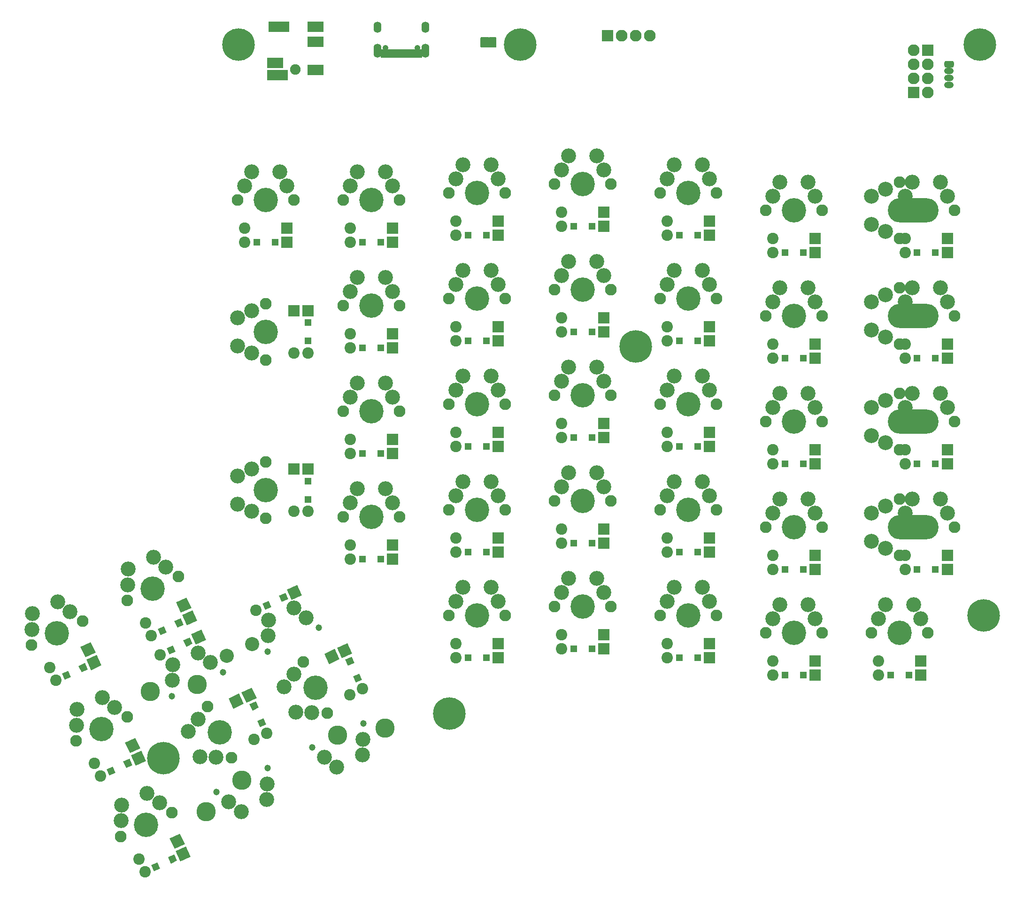
<source format=gbs>
%TF.GenerationSoftware,KiCad,Pcbnew,5.1.6-c6e7f7d~87~ubuntu20.04.1*%
%TF.CreationDate,2020-08-02T23:19:43+02:00*%
%TF.ProjectId,ErgoDOX,4572676f-444f-4582-9e6b-696361645f70,rev?*%
%TF.SameCoordinates,Original*%
%TF.FileFunction,Soldermask,Bot*%
%TF.FilePolarity,Negative*%
%FSLAX46Y46*%
G04 Gerber Fmt 4.6, Leading zero omitted, Abs format (unit mm)*
G04 Created by KiCad (PCBNEW 5.1.6-c6e7f7d~87~ubuntu20.04.1) date 2020-08-02 23:19:43*
%MOMM*%
%LPD*%
G01*
G04 APERTURE LIST*
%ADD10C,5.867400*%
%ADD11O,2.106400X2.106400*%
%ADD12R,2.106400X2.106400*%
%ADD13C,0.150000*%
%ADD14R,0.706400X1.556400*%
%ADD15C,1.056400*%
%ADD16O,1.406400X2.006400*%
%ADD17O,1.406400X2.506400*%
%ADD18R,3.806400X1.906400*%
%ADD19C,1.906400*%
%ADD20R,2.906400X1.906400*%
%ADD21O,1.706400X1.206400*%
%ADD22C,2.057400*%
%ADD23C,2.692400*%
%ADD24C,3.479800*%
%ADD25C,1.193800*%
%ADD26C,2.540000*%
%ADD27C,2.108200*%
%ADD28C,2.689860*%
%ADD29R,2.057400X2.057400*%
%ADD30R,1.244600X1.244600*%
%ADD31C,2.687320*%
%ADD32O,9.156700X4.394200*%
%ADD33C,4.394200*%
G04 APERTURE END LIST*
D10*
X53898800Y-165836600D03*
X105435400Y-157759400D03*
X201777600Y-140055600D03*
X139039600Y-91592400D03*
X201142600Y-37134800D03*
X118211600Y-37134800D03*
X67411600Y-37134800D03*
D11*
X141620000Y-35500000D03*
X139080000Y-35500000D03*
X136540000Y-35500000D03*
D12*
X134000000Y-35500000D03*
D13*
G36*
X112685358Y-37649296D02*
G01*
X112647239Y-37637732D01*
X112612108Y-37618955D01*
X112581316Y-37593684D01*
X112555927Y-37562715D01*
X112055927Y-36812715D01*
X112037186Y-36777565D01*
X112025663Y-36739434D01*
X112021800Y-36699787D01*
X112025746Y-36660149D01*
X112037349Y-36622042D01*
X112055927Y-36587285D01*
X112555927Y-35837285D01*
X112581166Y-35806466D01*
X112611931Y-35781164D01*
X112647042Y-35762349D01*
X112685149Y-35750746D01*
X112725000Y-35746800D01*
X113725000Y-35746800D01*
X113764642Y-35750704D01*
X113802761Y-35762268D01*
X113837892Y-35781045D01*
X113868684Y-35806316D01*
X113893955Y-35837108D01*
X113912732Y-35872239D01*
X113924296Y-35910358D01*
X113928200Y-35950000D01*
X113928200Y-37450000D01*
X113924296Y-37489642D01*
X113912732Y-37527761D01*
X113893955Y-37562892D01*
X113868684Y-37593684D01*
X113837892Y-37618955D01*
X113802761Y-37637732D01*
X113764642Y-37649296D01*
X113725000Y-37653200D01*
X112725000Y-37653200D01*
X112685358Y-37649296D01*
G37*
G36*
X111235358Y-37649296D02*
G01*
X111197239Y-37637732D01*
X111162108Y-37618955D01*
X111131316Y-37593684D01*
X111106045Y-37562892D01*
X111087268Y-37527761D01*
X111075704Y-37489642D01*
X111071800Y-37450000D01*
X111071800Y-35950000D01*
X111075704Y-35910358D01*
X111087268Y-35872239D01*
X111106045Y-35837108D01*
X111131316Y-35806316D01*
X111162108Y-35781045D01*
X111197239Y-35762268D01*
X111235358Y-35750704D01*
X111275000Y-35746800D01*
X112425000Y-35746800D01*
X112464642Y-35750704D01*
X112502761Y-35762268D01*
X112537892Y-35781045D01*
X112568684Y-35806316D01*
X112593955Y-35837108D01*
X112612732Y-35872239D01*
X112624296Y-35910358D01*
X112628200Y-35950000D01*
X112624296Y-35989642D01*
X112612732Y-36027761D01*
X112594073Y-36062715D01*
X112169216Y-36700000D01*
X112594073Y-37337285D01*
X112612814Y-37372435D01*
X112624337Y-37410566D01*
X112628200Y-37450213D01*
X112624254Y-37489851D01*
X112612651Y-37527958D01*
X112593836Y-37563069D01*
X112568534Y-37593834D01*
X112537715Y-37619073D01*
X112502565Y-37637814D01*
X112464434Y-37649337D01*
X112425000Y-37653200D01*
X111275000Y-37653200D01*
X111235358Y-37649296D01*
G37*
D14*
X100170000Y-38745000D03*
X99370000Y-38745000D03*
X94570000Y-38745000D03*
X93770000Y-38745000D03*
X93470000Y-38745000D03*
X94270000Y-38745000D03*
X95070000Y-38745000D03*
X95570000Y-38745000D03*
X96070000Y-38745000D03*
X96570000Y-38745000D03*
X97070000Y-38745000D03*
X97570000Y-38745000D03*
X98070000Y-38745000D03*
X98570000Y-38745000D03*
X99070000Y-38745000D03*
X99870000Y-38745000D03*
D15*
X93930000Y-37680000D03*
X99710000Y-37680000D03*
D16*
X101140000Y-34000000D03*
X92500000Y-34000000D03*
D17*
X101140000Y-38180000D03*
X92500000Y-38180000D03*
D15*
X99710000Y-37680000D03*
X93930000Y-37680000D03*
D16*
X92500000Y-34000000D03*
X101140000Y-34000000D03*
D17*
X92500000Y-38180000D03*
X101140000Y-38180000D03*
D18*
X74700000Y-33900000D03*
D19*
X77700000Y-41600000D03*
D20*
X74050000Y-40400000D03*
D18*
X74500000Y-42600000D03*
D20*
X81350000Y-33900000D03*
X81350000Y-36600000D03*
X81350000Y-41700000D03*
D21*
X195580000Y-44390000D03*
X195580000Y-43140000D03*
X195580000Y-41890000D03*
G36*
G01*
X195028400Y-40036800D02*
X196131600Y-40036800D01*
G75*
G02*
X196433200Y-40338400I0J-301600D01*
G01*
X196433200Y-40941600D01*
G75*
G02*
X196131600Y-41243200I-301600J0D01*
G01*
X195028400Y-41243200D01*
G75*
G02*
X194726800Y-40941600I0J301600D01*
G01*
X194726800Y-40338400D01*
G75*
G02*
X195028400Y-40036800I301600J0D01*
G01*
G37*
D11*
X189230000Y-38100000D03*
X189230000Y-40640000D03*
X189230000Y-43180000D03*
D12*
X189230000Y-45720000D03*
D11*
X191770000Y-45720000D03*
X191770000Y-43180000D03*
X191770000Y-40640000D03*
D12*
X191770000Y-38100000D03*
D19*
X77700000Y-41600000D03*
D22*
X53341367Y-147187736D03*
D13*
G36*
X54985576Y-147107661D02*
G01*
X54459585Y-145979670D01*
X55587576Y-145453679D01*
X56113567Y-146581670D01*
X54985576Y-147107661D01*
G37*
G36*
X59749862Y-145334450D02*
G01*
X58880367Y-143469813D01*
X60745004Y-142600318D01*
X61614499Y-144464955D01*
X59749862Y-145334450D01*
G37*
G36*
X58001224Y-145701441D02*
G01*
X57475233Y-144573450D01*
X58603224Y-144047459D01*
X59129215Y-145175450D01*
X58001224Y-145701441D01*
G37*
D22*
X70605747Y-139135936D03*
D13*
G36*
X72249956Y-139055861D02*
G01*
X71723965Y-137927870D01*
X72851956Y-137401879D01*
X73377947Y-138529870D01*
X72249956Y-139055861D01*
G37*
G36*
X77014242Y-137282650D02*
G01*
X76144747Y-135418013D01*
X78009384Y-134548518D01*
X78878879Y-136413155D01*
X77014242Y-137282650D01*
G37*
G36*
X75265604Y-137649641D02*
G01*
X74739613Y-136521650D01*
X75867604Y-135995659D01*
X76393595Y-137123650D01*
X75265604Y-137649641D01*
G37*
D23*
X85176179Y-167376434D03*
X89857783Y-162390786D03*
D24*
X85331300Y-161698940D03*
D25*
X89935344Y-159552039D03*
X80727256Y-163845841D03*
D23*
X82951718Y-165611137D03*
X89780223Y-165229533D03*
X67909259Y-175425694D03*
X72590863Y-170440046D03*
D24*
X68064380Y-169748200D03*
D25*
X72668424Y-167601299D03*
X63460336Y-171895101D03*
D23*
X65684798Y-173660397D03*
X72513303Y-173278793D03*
X60170241Y-146806326D03*
X55488637Y-151791974D03*
D24*
X60015120Y-152483820D03*
D25*
X55411076Y-154630721D03*
X64619164Y-150336919D03*
D23*
X62394702Y-148571623D03*
X55566197Y-148953227D03*
X77434621Y-138754526D03*
X72753017Y-143740174D03*
D25*
X72675456Y-146578921D03*
X81883544Y-142285119D03*
D23*
X79659082Y-140519823D03*
X72830577Y-140901427D03*
D26*
X69927083Y-145197966D03*
D24*
X93829648Y-160396270D03*
D26*
X65323823Y-147345789D03*
D24*
X61602126Y-175425496D03*
X51511692Y-153786490D03*
D23*
X193992500Y-80972660D03*
X187642500Y-83512660D03*
D27*
X196532500Y-86052660D03*
D28*
X195262500Y-83512660D03*
D23*
X188912500Y-80972660D03*
D22*
X187642500Y-91132660D03*
D29*
X195262500Y-91132660D03*
D22*
X187642500Y-93672660D03*
D29*
X195262500Y-93672660D03*
D30*
X189788800Y-93672660D03*
X193116200Y-93672660D03*
D31*
X181610000Y-83512660D03*
X184150000Y-82242660D03*
X184150000Y-89862660D03*
X181610000Y-88592660D03*
D32*
X189069980Y-86052660D03*
D27*
X186690000Y-91132660D03*
X186690000Y-80972660D03*
D23*
X193992500Y-119072660D03*
X187642500Y-121612660D03*
D27*
X196532500Y-124152660D03*
D28*
X195262500Y-121612660D03*
D23*
X188912500Y-119072660D03*
D22*
X187642500Y-129232660D03*
D29*
X195262500Y-129232660D03*
D22*
X187642500Y-131772660D03*
D29*
X195262500Y-131772660D03*
D30*
X189788800Y-131772660D03*
X193116200Y-131772660D03*
D31*
X181610000Y-121612660D03*
X184150000Y-120342660D03*
X184150000Y-127962660D03*
X181610000Y-126692660D03*
D32*
X189069980Y-124152660D03*
D27*
X186690000Y-129232660D03*
X186690000Y-119072660D03*
D23*
X193992500Y-61925200D03*
X187642500Y-64465200D03*
D27*
X196532500Y-67005200D03*
D28*
X195262500Y-64465200D03*
D23*
X188912500Y-61925200D03*
D22*
X187642500Y-72085200D03*
D29*
X195262500Y-72085200D03*
D22*
X187642500Y-74625200D03*
D29*
X195262500Y-74625200D03*
D30*
X189788800Y-74625200D03*
X193116200Y-74625200D03*
D31*
X181610000Y-64465200D03*
X184150000Y-63195200D03*
X184150000Y-70815200D03*
X181610000Y-69545200D03*
D32*
X189069980Y-67005200D03*
D27*
X186690000Y-72085200D03*
X186690000Y-61925200D03*
D23*
X193992500Y-100022660D03*
X187642500Y-102562660D03*
D27*
X196532500Y-105102660D03*
D28*
X195262500Y-102562660D03*
D23*
X188912500Y-100022660D03*
D22*
X187642500Y-110182660D03*
D29*
X195262500Y-110182660D03*
D22*
X187642500Y-112722660D03*
D29*
X195262500Y-112722660D03*
D30*
X189788800Y-112722660D03*
X193116200Y-112722660D03*
D31*
X181610000Y-102562660D03*
X184150000Y-101292660D03*
X184150000Y-108912660D03*
X181610000Y-107642660D03*
D32*
X189069980Y-105102660D03*
D27*
X186690000Y-110182660D03*
X186690000Y-100022660D03*
D23*
X93980000Y-60020200D03*
X87630000Y-62560200D03*
D33*
X91440000Y-65100200D03*
D27*
X86360000Y-65100200D03*
X96520000Y-65100200D03*
D23*
X95250000Y-62560200D03*
X88900000Y-60020200D03*
D22*
X87630000Y-70180200D03*
D29*
X95250000Y-70180200D03*
D22*
X87630000Y-72720200D03*
D29*
X95250000Y-72720200D03*
D30*
X89776300Y-72720200D03*
X93103700Y-72720200D03*
D23*
X151130000Y-77797660D03*
X144780000Y-80337660D03*
D33*
X148590000Y-82877660D03*
D27*
X143510000Y-82877660D03*
X153670000Y-82877660D03*
D23*
X152400000Y-80337660D03*
X146050000Y-77797660D03*
D22*
X144780000Y-87957660D03*
D29*
X152400000Y-87957660D03*
D22*
X144780000Y-90497660D03*
D29*
X152400000Y-90497660D03*
D30*
X146926300Y-90497660D03*
X150253700Y-90497660D03*
D23*
X58360986Y-160962159D03*
X63346634Y-165643763D03*
D33*
X64038480Y-161117280D03*
D27*
X66185381Y-165721324D03*
X61891579Y-156513236D03*
D23*
X60126283Y-158737698D03*
X60507887Y-165566203D03*
D22*
X70252699Y-162423412D03*
D13*
G36*
X68399414Y-156014918D02*
G01*
X66534777Y-156884413D01*
X65665282Y-155019776D01*
X67529919Y-154150281D01*
X68399414Y-156014918D01*
G37*
D22*
X72554721Y-161349962D03*
D13*
G36*
X70701436Y-154941467D02*
G01*
X68836799Y-155810962D01*
X67967304Y-153946325D01*
X69831941Y-153076830D01*
X70701436Y-154941467D01*
G37*
G36*
X72474646Y-159705753D02*
G01*
X71346655Y-160231744D01*
X70820664Y-159103753D01*
X71948655Y-158577762D01*
X72474646Y-159705753D01*
G37*
G36*
X71068426Y-156690105D02*
G01*
X69940435Y-157216096D01*
X69414444Y-156088105D01*
X70542435Y-155562114D01*
X71068426Y-156690105D01*
G37*
D23*
X75625366Y-152910359D03*
X80611014Y-157591963D03*
D33*
X81302860Y-153065480D03*
D27*
X83449761Y-157669524D03*
X79155959Y-148461436D03*
D23*
X77390663Y-150685898D03*
X77772267Y-157514403D03*
D22*
X87517079Y-154371612D03*
D13*
G36*
X85663794Y-147963118D02*
G01*
X83799157Y-148832613D01*
X82929662Y-146967976D01*
X84794299Y-146098481D01*
X85663794Y-147963118D01*
G37*
D22*
X89819101Y-153298162D03*
D13*
G36*
X87965816Y-146889667D02*
G01*
X86101179Y-147759162D01*
X85231684Y-145894525D01*
X87096321Y-145025030D01*
X87965816Y-146889667D01*
G37*
G36*
X89739026Y-151653953D02*
G01*
X88611035Y-152179944D01*
X88085044Y-151051953D01*
X89213035Y-150525962D01*
X89739026Y-151653953D01*
G37*
G36*
X88332806Y-148638305D02*
G01*
X87204815Y-149164296D01*
X86678824Y-148036305D01*
X87806815Y-147510314D01*
X88332806Y-148638305D01*
G37*
D23*
X113030000Y-134947660D03*
X106680000Y-137487660D03*
D33*
X110490000Y-140027660D03*
D27*
X105410000Y-140027660D03*
X115570000Y-140027660D03*
D23*
X114300000Y-137487660D03*
X107950000Y-134947660D03*
D22*
X106680000Y-145107660D03*
D29*
X114300000Y-145107660D03*
D22*
X106680000Y-147647660D03*
D29*
X114300000Y-147647660D03*
D30*
X108826300Y-147647660D03*
X112153700Y-147647660D03*
D23*
X132080000Y-133350000D03*
X125730000Y-135890000D03*
D33*
X129540000Y-138430000D03*
D27*
X124460000Y-138430000D03*
X134620000Y-138430000D03*
D23*
X133350000Y-135890000D03*
X127000000Y-133350000D03*
D22*
X125730000Y-143510000D03*
D29*
X133350000Y-143510000D03*
D22*
X125730000Y-146050000D03*
D29*
X133350000Y-146050000D03*
D30*
X127876300Y-146050000D03*
X131203700Y-146050000D03*
D23*
X170180000Y-138122660D03*
X163830000Y-140662660D03*
D33*
X167640000Y-143202660D03*
D27*
X162560000Y-143202660D03*
X172720000Y-143202660D03*
D23*
X171450000Y-140662660D03*
X165100000Y-138122660D03*
D22*
X163830000Y-148282660D03*
D29*
X171450000Y-148282660D03*
D22*
X163830000Y-150822660D03*
D29*
X171450000Y-150822660D03*
D30*
X165976300Y-150822660D03*
X169303700Y-150822660D03*
D23*
X93980000Y-117167660D03*
X87630000Y-119707660D03*
D33*
X91440000Y-122247660D03*
D27*
X86360000Y-122247660D03*
X96520000Y-122247660D03*
D23*
X95250000Y-119707660D03*
X88900000Y-117167660D03*
D22*
X87630000Y-127327660D03*
D29*
X95250000Y-127327660D03*
D22*
X87630000Y-129867660D03*
D29*
X95250000Y-129867660D03*
D30*
X89776300Y-129867660D03*
X93103700Y-129867660D03*
D23*
X113030000Y-115897660D03*
X106680000Y-118437660D03*
D33*
X110490000Y-120977660D03*
D27*
X105410000Y-120977660D03*
X115570000Y-120977660D03*
D23*
X114300000Y-118437660D03*
X107950000Y-115897660D03*
D22*
X106680000Y-126057660D03*
D29*
X114300000Y-126057660D03*
D22*
X106680000Y-128597660D03*
D29*
X114300000Y-128597660D03*
D30*
X108826300Y-128597660D03*
X112153700Y-128597660D03*
D23*
X132080000Y-114300000D03*
X125730000Y-116840000D03*
D33*
X129540000Y-119380000D03*
D27*
X124460000Y-119380000D03*
X134620000Y-119380000D03*
D23*
X133350000Y-116840000D03*
X127000000Y-114300000D03*
D22*
X125730000Y-124460000D03*
D29*
X133350000Y-124460000D03*
D22*
X125730000Y-127000000D03*
D29*
X133350000Y-127000000D03*
D30*
X127876300Y-127000000D03*
X131203700Y-127000000D03*
D23*
X151130000Y-115897660D03*
X144780000Y-118437660D03*
D33*
X148590000Y-120977660D03*
D27*
X143510000Y-120977660D03*
X153670000Y-120977660D03*
D23*
X152400000Y-118437660D03*
X146050000Y-115897660D03*
D22*
X144780000Y-126057660D03*
D29*
X152400000Y-126057660D03*
D22*
X144780000Y-128597660D03*
D29*
X152400000Y-128597660D03*
D30*
X146926300Y-128597660D03*
X150253700Y-128597660D03*
D23*
X170180000Y-119072660D03*
X163830000Y-121612660D03*
D33*
X167640000Y-124152660D03*
D27*
X162560000Y-124152660D03*
X172720000Y-124152660D03*
D23*
X171450000Y-121612660D03*
X165100000Y-119072660D03*
D22*
X163830000Y-129232660D03*
D29*
X171450000Y-129232660D03*
D22*
X163830000Y-131772660D03*
D29*
X171450000Y-131772660D03*
D30*
X165976300Y-131772660D03*
X169303700Y-131772660D03*
D23*
X93980000Y-98117660D03*
X87630000Y-100657660D03*
D33*
X91440000Y-103197660D03*
D27*
X86360000Y-103197660D03*
X96520000Y-103197660D03*
D23*
X95250000Y-100657660D03*
X88900000Y-98117660D03*
D22*
X87630000Y-108277660D03*
D29*
X95250000Y-108277660D03*
D22*
X87630000Y-110817660D03*
D29*
X95250000Y-110817660D03*
D30*
X89776300Y-110817660D03*
X93103700Y-110817660D03*
D23*
X113030000Y-96847660D03*
X106680000Y-99387660D03*
D33*
X110490000Y-101927660D03*
D27*
X105410000Y-101927660D03*
X115570000Y-101927660D03*
D23*
X114300000Y-99387660D03*
X107950000Y-96847660D03*
D22*
X106680000Y-107007660D03*
D29*
X114300000Y-107007660D03*
D22*
X106680000Y-109547660D03*
D29*
X114300000Y-109547660D03*
D30*
X108826300Y-109547660D03*
X112153700Y-109547660D03*
D23*
X132080000Y-95250000D03*
X125730000Y-97790000D03*
D33*
X129540000Y-100330000D03*
D27*
X124460000Y-100330000D03*
X134620000Y-100330000D03*
D23*
X133350000Y-97790000D03*
X127000000Y-95250000D03*
D22*
X125730000Y-105410000D03*
D29*
X133350000Y-105410000D03*
D22*
X125730000Y-107950000D03*
D29*
X133350000Y-107950000D03*
D30*
X127876300Y-107950000D03*
X131203700Y-107950000D03*
D23*
X151130000Y-96847660D03*
X144780000Y-99387660D03*
D33*
X148590000Y-101927660D03*
D27*
X143510000Y-101927660D03*
X153670000Y-101927660D03*
D23*
X152400000Y-99387660D03*
X146050000Y-96847660D03*
D22*
X144780000Y-107007660D03*
D29*
X152400000Y-107007660D03*
D22*
X144780000Y-109547660D03*
D29*
X152400000Y-109547660D03*
D30*
X146926300Y-109547660D03*
X150253700Y-109547660D03*
D23*
X113030000Y-77797660D03*
X106680000Y-80337660D03*
D33*
X110490000Y-82877660D03*
D27*
X105410000Y-82877660D03*
X115570000Y-82877660D03*
D23*
X114300000Y-80337660D03*
X107950000Y-77797660D03*
D22*
X106680000Y-87957660D03*
D29*
X114300000Y-87957660D03*
D22*
X106680000Y-90497660D03*
D29*
X114300000Y-90497660D03*
D30*
X108826300Y-90497660D03*
X112153700Y-90497660D03*
D23*
X132080000Y-76200000D03*
X125730000Y-78740000D03*
D33*
X129540000Y-81280000D03*
D27*
X124460000Y-81280000D03*
X134620000Y-81280000D03*
D23*
X133350000Y-78740000D03*
X127000000Y-76200000D03*
D22*
X125730000Y-86360000D03*
D29*
X133350000Y-86360000D03*
D22*
X125730000Y-88900000D03*
D29*
X133350000Y-88900000D03*
D30*
X127876300Y-88900000D03*
X131203700Y-88900000D03*
D23*
X170180000Y-80972660D03*
X163830000Y-83512660D03*
D33*
X167640000Y-86052660D03*
D27*
X162560000Y-86052660D03*
X172720000Y-86052660D03*
D23*
X171450000Y-83512660D03*
X165100000Y-80972660D03*
D22*
X163830000Y-91132660D03*
D29*
X171450000Y-91132660D03*
D22*
X163830000Y-93672660D03*
D29*
X171450000Y-93672660D03*
D30*
X165976300Y-93672660D03*
X169303700Y-93672660D03*
D23*
X151130000Y-134947660D03*
X144780000Y-137487660D03*
D33*
X148590000Y-140027660D03*
D27*
X143510000Y-140027660D03*
X153670000Y-140027660D03*
D23*
X152400000Y-137487660D03*
X146050000Y-134947660D03*
D22*
X144780000Y-145107660D03*
D29*
X152400000Y-145107660D03*
D22*
X144780000Y-147647660D03*
D29*
X152400000Y-147647660D03*
D30*
X146926300Y-147647660D03*
X150253700Y-147647660D03*
D23*
X113030000Y-58747660D03*
X106680000Y-61287660D03*
D33*
X110490000Y-63827660D03*
D27*
X105410000Y-63827660D03*
X115570000Y-63827660D03*
D23*
X114300000Y-61287660D03*
X107950000Y-58747660D03*
D22*
X106680000Y-68907660D03*
D29*
X114300000Y-68907660D03*
D22*
X106680000Y-71447660D03*
D29*
X114300000Y-71447660D03*
D30*
X108826300Y-71447660D03*
X112153700Y-71447660D03*
D23*
X132080000Y-57150000D03*
X125730000Y-59690000D03*
D33*
X129540000Y-62230000D03*
D27*
X124460000Y-62230000D03*
X134620000Y-62230000D03*
D23*
X133350000Y-59690000D03*
X127000000Y-57150000D03*
D22*
X125730000Y-67310000D03*
D29*
X133350000Y-67310000D03*
D22*
X125730000Y-69850000D03*
D29*
X133350000Y-69850000D03*
D30*
X127876300Y-69850000D03*
X131203700Y-69850000D03*
D23*
X151130000Y-58747660D03*
X144780000Y-61287660D03*
D33*
X148590000Y-63827660D03*
D27*
X143510000Y-63827660D03*
X153670000Y-63827660D03*
D23*
X152400000Y-61287660D03*
X146050000Y-58747660D03*
D22*
X144780000Y-68907660D03*
D29*
X152400000Y-68907660D03*
D22*
X144780000Y-71447660D03*
D29*
X152400000Y-71447660D03*
D30*
X146926300Y-71447660D03*
X150253700Y-71447660D03*
D23*
X170180000Y-61925200D03*
X163830000Y-64465200D03*
D33*
X167640000Y-67005200D03*
D27*
X162560000Y-67005200D03*
X172720000Y-67005200D03*
D23*
X171450000Y-64465200D03*
X165100000Y-61925200D03*
D22*
X163830000Y-72085200D03*
D29*
X171450000Y-72085200D03*
D22*
X163830000Y-74625200D03*
D29*
X171450000Y-74625200D03*
D30*
X165976300Y-74625200D03*
X169303700Y-74625200D03*
D23*
X52118441Y-129541946D03*
X47436837Y-134527594D03*
D33*
X51963320Y-135219440D03*
D27*
X47359276Y-137366341D03*
X56567364Y-133072539D03*
D23*
X54342902Y-131307243D03*
X47514397Y-131688847D03*
D22*
X50657188Y-141433659D03*
D13*
G36*
X57065682Y-139580374D02*
G01*
X56196187Y-137715737D01*
X58060824Y-136846242D01*
X58930319Y-138710879D01*
X57065682Y-139580374D01*
G37*
D22*
X51730638Y-143735681D03*
D13*
G36*
X58139133Y-141882396D02*
G01*
X57269638Y-140017759D01*
X59134275Y-139148264D01*
X60003770Y-141012901D01*
X58139133Y-141882396D01*
G37*
G36*
X53374847Y-143655606D02*
G01*
X52848856Y-142527615D01*
X53976847Y-142001624D01*
X54502838Y-143129615D01*
X53374847Y-143655606D01*
G37*
G36*
X56390495Y-142249386D02*
G01*
X55864504Y-141121395D01*
X56992495Y-140595404D01*
X57518486Y-141723395D01*
X56390495Y-142249386D01*
G37*
D23*
X34854061Y-137591206D03*
X30172457Y-142576854D03*
D33*
X34698940Y-143268700D03*
D27*
X30094896Y-145415601D03*
X39302984Y-141121799D03*
D23*
X37078522Y-139356503D03*
X30250017Y-139738107D03*
D22*
X33392808Y-149482919D03*
D13*
G36*
X39801302Y-147629634D02*
G01*
X38931807Y-145764997D01*
X40796444Y-144895502D01*
X41665939Y-146760139D01*
X39801302Y-147629634D01*
G37*
D22*
X34466258Y-151784941D03*
D13*
G36*
X40874753Y-149931656D02*
G01*
X40005258Y-148067019D01*
X41869895Y-147197524D01*
X42739390Y-149062161D01*
X40874753Y-149931656D01*
G37*
G36*
X36110467Y-151704866D02*
G01*
X35584476Y-150576875D01*
X36712467Y-150050884D01*
X37238458Y-151178875D01*
X36110467Y-151704866D01*
G37*
G36*
X39126115Y-150298646D02*
G01*
X38600124Y-149170655D01*
X39728115Y-148644664D01*
X40254106Y-149772655D01*
X39126115Y-150298646D01*
G37*
D23*
X50955121Y-172122506D03*
X46273517Y-177108154D03*
D33*
X50800000Y-177800000D03*
D27*
X46195956Y-179946901D03*
X55404044Y-175653099D03*
D23*
X53179582Y-173887803D03*
X46351077Y-174269407D03*
D22*
X49493868Y-184014219D03*
D13*
G36*
X55902362Y-182160934D02*
G01*
X55032867Y-180296297D01*
X56897504Y-179426802D01*
X57766999Y-181291439D01*
X55902362Y-182160934D01*
G37*
D22*
X50567318Y-186316241D03*
D13*
G36*
X56975813Y-184462956D02*
G01*
X56106318Y-182598319D01*
X57970955Y-181728824D01*
X58840450Y-183593461D01*
X56975813Y-184462956D01*
G37*
G36*
X52211527Y-186236166D02*
G01*
X51685536Y-185108175D01*
X52813527Y-184582184D01*
X53339518Y-185710175D01*
X52211527Y-186236166D01*
G37*
G36*
X55227175Y-184829946D02*
G01*
X54701184Y-183701955D01*
X55829175Y-183175964D01*
X56355166Y-184303955D01*
X55227175Y-184829946D01*
G37*
D23*
X42903321Y-154855586D03*
X38221717Y-159841234D03*
D33*
X42748200Y-160533080D03*
D27*
X38144156Y-162679981D03*
X47352244Y-158386179D03*
D23*
X45127782Y-156620883D03*
X38299277Y-157002487D03*
D22*
X41442068Y-166747299D03*
D13*
G36*
X47850562Y-164894014D02*
G01*
X46981067Y-163029377D01*
X48845704Y-162159882D01*
X49715199Y-164024519D01*
X47850562Y-164894014D01*
G37*
D22*
X42515518Y-169049321D03*
D13*
G36*
X48924013Y-167196036D02*
G01*
X48054518Y-165331399D01*
X49919155Y-164461904D01*
X50788650Y-166326541D01*
X48924013Y-167196036D01*
G37*
G36*
X44159727Y-168969246D02*
G01*
X43633736Y-167841255D01*
X44761727Y-167315264D01*
X45287718Y-168443255D01*
X44159727Y-168969246D01*
G37*
G36*
X47175375Y-167563026D02*
G01*
X46649384Y-166435035D01*
X47777375Y-165909044D01*
X48303366Y-167037035D01*
X47175375Y-167563026D01*
G37*
D23*
X93980000Y-79067660D03*
X87630000Y-81607660D03*
D33*
X91440000Y-84147660D03*
D27*
X86360000Y-84147660D03*
X96520000Y-84147660D03*
D23*
X95250000Y-81607660D03*
X88900000Y-79067660D03*
D22*
X87630000Y-89227660D03*
D29*
X95250000Y-89227660D03*
D22*
X87630000Y-91767660D03*
D29*
X95250000Y-91767660D03*
D30*
X89776300Y-91767660D03*
X93103700Y-91767660D03*
D23*
X189230000Y-138122660D03*
X182880000Y-140662660D03*
D33*
X186690000Y-143202660D03*
D27*
X181610000Y-143202660D03*
X191770000Y-143202660D03*
D23*
X190500000Y-140662660D03*
X184150000Y-138122660D03*
D22*
X182880000Y-148282660D03*
D29*
X190500000Y-148282660D03*
D22*
X182880000Y-150822660D03*
D29*
X190500000Y-150822660D03*
D30*
X185026300Y-150822660D03*
X188353700Y-150822660D03*
D23*
X67310000Y-114945160D03*
X69850000Y-121295160D03*
D33*
X72390000Y-117485160D03*
D27*
X72390000Y-122565160D03*
X72390000Y-112405160D03*
D23*
X69850000Y-113675160D03*
X67310000Y-120025160D03*
D22*
X77470000Y-121295160D03*
D29*
X77470000Y-113675160D03*
D22*
X80010000Y-121295160D03*
D29*
X80010000Y-113675160D03*
D30*
X80010000Y-119148860D03*
X80010000Y-115821460D03*
D23*
X67310000Y-86370160D03*
X69850000Y-92720160D03*
D33*
X72390000Y-88910160D03*
D27*
X72390000Y-93990160D03*
X72390000Y-83830160D03*
D23*
X69850000Y-85100160D03*
X67310000Y-91450160D03*
D22*
X77470000Y-92720160D03*
D29*
X77470000Y-85100160D03*
D22*
X80010000Y-92720160D03*
D29*
X80010000Y-85100160D03*
D30*
X80010000Y-90573860D03*
X80010000Y-87246460D03*
D23*
X74930000Y-60020200D03*
X68580000Y-62560200D03*
D33*
X72390000Y-65100200D03*
D27*
X67310000Y-65100200D03*
X77470000Y-65100200D03*
D23*
X76200000Y-62560200D03*
X69850000Y-60020200D03*
D22*
X68580000Y-70180200D03*
D29*
X76200000Y-70180200D03*
D22*
X68580000Y-72720200D03*
D29*
X76200000Y-72720200D03*
D30*
X70726300Y-72720200D03*
X74053700Y-72720200D03*
D23*
X170180000Y-100022660D03*
X163830000Y-102562660D03*
D33*
X167640000Y-105102660D03*
D27*
X162560000Y-105102660D03*
X172720000Y-105102660D03*
D23*
X171450000Y-102562660D03*
X165100000Y-100022660D03*
D22*
X163830000Y-110182660D03*
D29*
X171450000Y-110182660D03*
D22*
X163830000Y-112722660D03*
D29*
X171450000Y-112722660D03*
D30*
X165976300Y-112722660D03*
X169303700Y-112722660D03*
M02*

</source>
